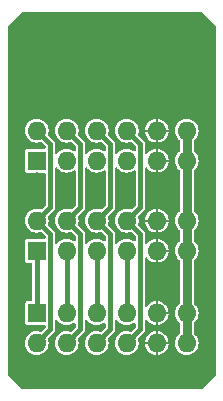
<source format=gtl>
G04 #@! TF.GenerationSoftware,KiCad,Pcbnew,7.0.1*
G04 #@! TF.CreationDate,2023-03-21T03:45:51+09:00*
G04 #@! TF.ProjectId,Pmod_Debug,506d6f64-5f44-4656-9275-672e6b696361,rev?*
G04 #@! TF.SameCoordinates,Original*
G04 #@! TF.FileFunction,Copper,L1,Top*
G04 #@! TF.FilePolarity,Positive*
%FSLAX46Y46*%
G04 Gerber Fmt 4.6, Leading zero omitted, Abs format (unit mm)*
G04 Created by KiCad (PCBNEW 7.0.1) date 2023-03-21 03:45:51*
%MOMM*%
%LPD*%
G01*
G04 APERTURE LIST*
G04 #@! TA.AperFunction,ComponentPad*
%ADD10R,1.600000X1.600000*%
G04 #@! TD*
G04 #@! TA.AperFunction,ComponentPad*
%ADD11O,1.600000X1.600000*%
G04 #@! TD*
G04 #@! TA.AperFunction,ViaPad*
%ADD12C,0.800000*%
G04 #@! TD*
G04 #@! TA.AperFunction,Conductor*
%ADD13C,0.400000*%
G04 #@! TD*
G04 #@! TA.AperFunction,Conductor*
%ADD14C,0.800000*%
G04 #@! TD*
G04 APERTURE END LIST*
D10*
G04 #@! TO.P,J1,1,Pin_1*
G04 #@! TO.N,/PMOD_P1*
X5080000Y-34490000D03*
D11*
G04 #@! TO.P,J1,2,Pin_2*
G04 #@! TO.N,/PMOD_P2*
X7620000Y-34490000D03*
G04 #@! TO.P,J1,3,Pin_3*
G04 #@! TO.N,/PMOD_P3*
X10160000Y-34490000D03*
G04 #@! TO.P,J1,4,Pin_4*
G04 #@! TO.N,/PMOD_P4*
X12700000Y-34490000D03*
G04 #@! TO.P,J1,5,Pin_5*
G04 #@! TO.N,GND*
X15240000Y-34490000D03*
G04 #@! TO.P,J1,6,Pin_6*
G04 #@! TO.N,+3V3*
X17780000Y-34490000D03*
G04 #@! TO.P,J1,7,Pin_7*
G04 #@! TO.N,/PMOD_P7*
X5080000Y-37030000D03*
G04 #@! TO.P,J1,8,Pin_8*
G04 #@! TO.N,/PMOD_P8*
X7620000Y-37030000D03*
G04 #@! TO.P,J1,9,Pin_9*
G04 #@! TO.N,/PMOD_P9*
X10160000Y-37030000D03*
G04 #@! TO.P,J1,10,Pin_10*
G04 #@! TO.N,/PMOD_P10*
X12700000Y-37030000D03*
G04 #@! TO.P,J1,11,Pin_11*
G04 #@! TO.N,GND*
X15240000Y-37030000D03*
G04 #@! TO.P,J1,12,Pin_12*
G04 #@! TO.N,+3V3*
X17780000Y-37030000D03*
G04 #@! TD*
D10*
G04 #@! TO.P,J2,1,Pin_1*
G04 #@! TO.N,/PMOD_P1*
X5080000Y-29210000D03*
D11*
G04 #@! TO.P,J2,2,Pin_2*
G04 #@! TO.N,/PMOD_P2*
X7620000Y-29210000D03*
G04 #@! TO.P,J2,3,Pin_3*
G04 #@! TO.N,/PMOD_P3*
X10160000Y-29210000D03*
G04 #@! TO.P,J2,4,Pin_4*
G04 #@! TO.N,/PMOD_P4*
X12700000Y-29210000D03*
G04 #@! TO.P,J2,5,Pin_5*
G04 #@! TO.N,GND*
X15240000Y-29210000D03*
G04 #@! TO.P,J2,6,Pin_6*
G04 #@! TO.N,+3V3*
X17780000Y-29210000D03*
G04 #@! TO.P,J2,7,Pin_7*
G04 #@! TO.N,/PMOD_P7*
X5080000Y-26670000D03*
G04 #@! TO.P,J2,8,Pin_8*
G04 #@! TO.N,/PMOD_P8*
X7620000Y-26670000D03*
G04 #@! TO.P,J2,9,Pin_9*
G04 #@! TO.N,/PMOD_P9*
X10160000Y-26670000D03*
G04 #@! TO.P,J2,10,Pin_10*
G04 #@! TO.N,/PMOD_P10*
X12700000Y-26670000D03*
G04 #@! TO.P,J2,11,Pin_11*
G04 #@! TO.N,GND*
X15240000Y-26670000D03*
G04 #@! TO.P,J2,12,Pin_12*
G04 #@! TO.N,+3V3*
X17780000Y-26670000D03*
G04 #@! TD*
D10*
G04 #@! TO.P,J3,1,Pin_1*
G04 #@! TO.N,/PMOD_P1*
X5080000Y-21590000D03*
D11*
G04 #@! TO.P,J3,2,Pin_2*
G04 #@! TO.N,/PMOD_P2*
X7620000Y-21590000D03*
G04 #@! TO.P,J3,3,Pin_3*
G04 #@! TO.N,/PMOD_P3*
X10160000Y-21590000D03*
G04 #@! TO.P,J3,4,Pin_4*
G04 #@! TO.N,/PMOD_P4*
X12700000Y-21590000D03*
G04 #@! TO.P,J3,5,Pin_5*
G04 #@! TO.N,GND*
X15240000Y-21590000D03*
G04 #@! TO.P,J3,6,Pin_6*
G04 #@! TO.N,+3V3*
X17780000Y-21590000D03*
G04 #@! TO.P,J3,7,Pin_7*
G04 #@! TO.N,/PMOD_P7*
X5080000Y-19050000D03*
G04 #@! TO.P,J3,8,Pin_8*
G04 #@! TO.N,/PMOD_P8*
X7620000Y-19050000D03*
G04 #@! TO.P,J3,9,Pin_9*
G04 #@! TO.N,/PMOD_P9*
X10160000Y-19050000D03*
G04 #@! TO.P,J3,10,Pin_10*
G04 #@! TO.N,/PMOD_P10*
X12700000Y-19050000D03*
G04 #@! TO.P,J3,11,Pin_11*
G04 #@! TO.N,GND*
X15240000Y-19050000D03*
G04 #@! TO.P,J3,12,Pin_12*
G04 #@! TO.N,+3V3*
X17780000Y-19050000D03*
G04 #@! TD*
D12*
G04 #@! TO.N,GND*
X5100000Y-25000000D03*
X7700000Y-24900000D03*
X10300000Y-24900000D03*
X7700000Y-23400000D03*
X12800000Y-24900000D03*
X12800000Y-23400000D03*
X5100000Y-23000000D03*
X10300000Y-23400000D03*
G04 #@! TD*
D13*
G04 #@! TO.N,/PMOD_P1*
X5080000Y-34490000D02*
X5080000Y-29210000D01*
D14*
G04 #@! TO.N,+3V3*
X17780000Y-37030000D02*
X17780000Y-19050000D01*
D13*
G04 #@! TO.N,/PMOD_P2*
X7620000Y-34490000D02*
X7620000Y-29210000D01*
G04 #@! TO.N,/PMOD_P3*
X10160000Y-34490000D02*
X10160000Y-29210000D01*
G04 #@! TO.N,/PMOD_P4*
X12700000Y-34490000D02*
X12700000Y-29210000D01*
G04 #@! TO.N,/PMOD_P7*
X6230000Y-35880000D02*
X6230000Y-27820000D01*
X6230000Y-25520000D02*
X6230000Y-20200000D01*
X6230000Y-20200000D02*
X5080000Y-19050000D01*
X5080000Y-37030000D02*
X6230000Y-35880000D01*
X5080000Y-26670000D02*
X6230000Y-25520000D01*
X6230000Y-27820000D02*
X5080000Y-26670000D01*
G04 #@! TO.N,/PMOD_P8*
X8770000Y-25520000D02*
X8770000Y-20200000D01*
X8770000Y-20200000D02*
X7620000Y-19050000D01*
X7620000Y-37030000D02*
X8770000Y-35880000D01*
X7620000Y-26670000D02*
X8770000Y-25520000D01*
X8770000Y-27820000D02*
X7620000Y-26670000D01*
X8770000Y-35880000D02*
X8770000Y-27820000D01*
G04 #@! TO.N,/PMOD_P9*
X10160000Y-26670000D02*
X11310000Y-25520000D01*
X11310000Y-25520000D02*
X11310000Y-20200000D01*
X11310000Y-27820000D02*
X10160000Y-26670000D01*
X11310000Y-20200000D02*
X10160000Y-19050000D01*
X10160000Y-37030000D02*
X11310000Y-35880000D01*
X11310000Y-35880000D02*
X11310000Y-27820000D01*
G04 #@! TO.N,/PMOD_P10*
X13850000Y-25520000D02*
X13850000Y-20200000D01*
X12700000Y-37030000D02*
X13850000Y-35880000D01*
X13850000Y-27820000D02*
X12700000Y-26670000D01*
X12700000Y-26670000D02*
X13850000Y-25520000D01*
X13850000Y-35880000D02*
X13850000Y-27820000D01*
X13850000Y-20200000D02*
X12700000Y-19050000D01*
G04 #@! TD*
G04 #@! TA.AperFunction,Conductor*
G04 #@! TO.N,GND*
G36*
X11886028Y-22175270D02*
G01*
X11890788Y-22181070D01*
X11989117Y-22300883D01*
X12104977Y-22395967D01*
X12141463Y-22425911D01*
X12315272Y-22518814D01*
X12409570Y-22547418D01*
X12503868Y-22576024D01*
X12700000Y-22595341D01*
X12896132Y-22576024D01*
X13084727Y-22518814D01*
X13085595Y-22518350D01*
X13258537Y-22425911D01*
X13287695Y-22401982D01*
X13338381Y-22380255D01*
X13392828Y-22389015D01*
X13434141Y-22425545D01*
X13449500Y-22478510D01*
X13449500Y-25313100D01*
X13441964Y-25350986D01*
X13420503Y-25383104D01*
X13109570Y-25694035D01*
X13063622Y-25720064D01*
X13010829Y-25718768D01*
X12896130Y-25683975D01*
X12700000Y-25664658D01*
X12503869Y-25683975D01*
X12315272Y-25741185D01*
X12141463Y-25834088D01*
X11989117Y-25959117D01*
X11864088Y-26111463D01*
X11771185Y-26285272D01*
X11713975Y-26473869D01*
X11694658Y-26670000D01*
X11713975Y-26866130D01*
X11771185Y-27054727D01*
X11864088Y-27228536D01*
X11864090Y-27228538D01*
X11989117Y-27380883D01*
X12104977Y-27475967D01*
X12141463Y-27505911D01*
X12315272Y-27598814D01*
X12332385Y-27604005D01*
X12503868Y-27656024D01*
X12700000Y-27675341D01*
X12896128Y-27656025D01*
X12896130Y-27656024D01*
X12896132Y-27656024D01*
X13010830Y-27621229D01*
X13063620Y-27619934D01*
X13109570Y-27645963D01*
X13420504Y-27956897D01*
X13441964Y-27989015D01*
X13449500Y-28026901D01*
X13449500Y-28321490D01*
X13434141Y-28374455D01*
X13392828Y-28410985D01*
X13338381Y-28419745D01*
X13287695Y-28398018D01*
X13258537Y-28374088D01*
X13084727Y-28281185D01*
X12896130Y-28223975D01*
X12700000Y-28204658D01*
X12503869Y-28223975D01*
X12315272Y-28281185D01*
X12141463Y-28374088D01*
X11989117Y-28499117D01*
X11886028Y-28624730D01*
X11835904Y-28657339D01*
X11776148Y-28655138D01*
X11728559Y-28618930D01*
X11710500Y-28561925D01*
X11710500Y-27756569D01*
X11710500Y-27756567D01*
X11703041Y-27733611D01*
X11699421Y-27718534D01*
X11695646Y-27694696D01*
X11684693Y-27673201D01*
X11678752Y-27658861D01*
X11671296Y-27635911D01*
X11671295Y-27635909D01*
X11657112Y-27616387D01*
X11649001Y-27603151D01*
X11638050Y-27581658D01*
X11615486Y-27559094D01*
X11615485Y-27559093D01*
X11615486Y-27559093D01*
X11135963Y-27079569D01*
X11109934Y-27033620D01*
X11111229Y-26980830D01*
X11146024Y-26866132D01*
X11146024Y-26866130D01*
X11146025Y-26866128D01*
X11165341Y-26670000D01*
X11146025Y-26473870D01*
X11130798Y-26423675D01*
X11111229Y-26359169D01*
X11109934Y-26306377D01*
X11135964Y-26260428D01*
X11626845Y-25769549D01*
X11626849Y-25769542D01*
X11638050Y-25758342D01*
X11649002Y-25736845D01*
X11657111Y-25723611D01*
X11671296Y-25704089D01*
X11678751Y-25681142D01*
X11684695Y-25666795D01*
X11695646Y-25645304D01*
X11699421Y-25621467D01*
X11703041Y-25606385D01*
X11710500Y-25583433D01*
X11710500Y-25456567D01*
X11710500Y-22238075D01*
X11728559Y-22181070D01*
X11776148Y-22144862D01*
X11835904Y-22142661D01*
X11886028Y-22175270D01*
G37*
G04 #@! TD.AperFunction*
G04 #@! TA.AperFunction,Conductor*
G36*
X9346028Y-22175270D02*
G01*
X9350788Y-22181070D01*
X9449117Y-22300883D01*
X9564977Y-22395967D01*
X9601463Y-22425911D01*
X9775272Y-22518814D01*
X9869570Y-22547418D01*
X9963868Y-22576024D01*
X10160000Y-22595341D01*
X10356132Y-22576024D01*
X10544727Y-22518814D01*
X10545595Y-22518350D01*
X10718537Y-22425911D01*
X10747695Y-22401982D01*
X10798381Y-22380255D01*
X10852828Y-22389015D01*
X10894141Y-22425545D01*
X10909500Y-22478510D01*
X10909500Y-25313100D01*
X10901964Y-25350986D01*
X10880503Y-25383104D01*
X10569570Y-25694035D01*
X10523622Y-25720064D01*
X10470829Y-25718768D01*
X10356130Y-25683975D01*
X10160000Y-25664658D01*
X9963869Y-25683975D01*
X9775272Y-25741185D01*
X9601463Y-25834088D01*
X9449117Y-25959117D01*
X9324088Y-26111463D01*
X9231185Y-26285272D01*
X9173975Y-26473869D01*
X9154658Y-26670000D01*
X9173975Y-26866130D01*
X9231185Y-27054727D01*
X9324088Y-27228536D01*
X9324090Y-27228538D01*
X9449117Y-27380883D01*
X9564977Y-27475967D01*
X9601463Y-27505911D01*
X9775272Y-27598814D01*
X9792385Y-27604005D01*
X9963868Y-27656024D01*
X10160000Y-27675341D01*
X10356128Y-27656025D01*
X10356130Y-27656024D01*
X10356132Y-27656024D01*
X10470830Y-27621229D01*
X10523620Y-27619934D01*
X10569570Y-27645963D01*
X10880504Y-27956897D01*
X10901964Y-27989015D01*
X10909500Y-28026901D01*
X10909500Y-28321490D01*
X10894141Y-28374455D01*
X10852828Y-28410985D01*
X10798381Y-28419745D01*
X10747695Y-28398018D01*
X10718537Y-28374088D01*
X10544727Y-28281185D01*
X10356130Y-28223975D01*
X10160000Y-28204658D01*
X9963869Y-28223975D01*
X9775272Y-28281185D01*
X9601463Y-28374088D01*
X9449117Y-28499117D01*
X9346028Y-28624730D01*
X9295904Y-28657339D01*
X9236148Y-28655138D01*
X9188559Y-28618930D01*
X9170500Y-28561925D01*
X9170500Y-27756569D01*
X9170500Y-27756567D01*
X9163041Y-27733611D01*
X9159421Y-27718534D01*
X9155646Y-27694696D01*
X9144693Y-27673201D01*
X9138752Y-27658861D01*
X9131296Y-27635911D01*
X9131295Y-27635909D01*
X9117112Y-27616387D01*
X9109001Y-27603151D01*
X9098050Y-27581658D01*
X9075486Y-27559094D01*
X9075485Y-27559093D01*
X9075486Y-27559093D01*
X8595963Y-27079569D01*
X8569934Y-27033620D01*
X8571229Y-26980830D01*
X8606024Y-26866132D01*
X8606024Y-26866130D01*
X8606025Y-26866128D01*
X8625341Y-26670000D01*
X8606025Y-26473870D01*
X8590798Y-26423675D01*
X8571229Y-26359169D01*
X8569934Y-26306377D01*
X8595964Y-26260428D01*
X9086845Y-25769549D01*
X9086849Y-25769542D01*
X9098050Y-25758342D01*
X9109002Y-25736845D01*
X9117111Y-25723611D01*
X9131296Y-25704089D01*
X9138751Y-25681142D01*
X9144695Y-25666795D01*
X9155646Y-25645304D01*
X9159421Y-25621467D01*
X9163041Y-25606385D01*
X9170500Y-25583433D01*
X9170500Y-25456567D01*
X9170500Y-22238075D01*
X9188559Y-22181070D01*
X9236148Y-22144862D01*
X9295904Y-22142661D01*
X9346028Y-22175270D01*
G37*
G04 #@! TD.AperFunction*
G04 #@! TA.AperFunction,Conductor*
G36*
X6806028Y-22175270D02*
G01*
X6810788Y-22181070D01*
X6909117Y-22300883D01*
X7024977Y-22395967D01*
X7061463Y-22425911D01*
X7235272Y-22518814D01*
X7329570Y-22547418D01*
X7423868Y-22576024D01*
X7620000Y-22595341D01*
X7816132Y-22576024D01*
X8004727Y-22518814D01*
X8005595Y-22518350D01*
X8178537Y-22425911D01*
X8207695Y-22401982D01*
X8258381Y-22380255D01*
X8312828Y-22389015D01*
X8354141Y-22425545D01*
X8369500Y-22478510D01*
X8369500Y-25313100D01*
X8361964Y-25350986D01*
X8340503Y-25383104D01*
X8029570Y-25694035D01*
X7983622Y-25720064D01*
X7930829Y-25718768D01*
X7816130Y-25683975D01*
X7620000Y-25664658D01*
X7423869Y-25683975D01*
X7235272Y-25741185D01*
X7061463Y-25834088D01*
X6909117Y-25959117D01*
X6784088Y-26111463D01*
X6691185Y-26285272D01*
X6633975Y-26473869D01*
X6614658Y-26670000D01*
X6633975Y-26866130D01*
X6691185Y-27054727D01*
X6784088Y-27228536D01*
X6784090Y-27228538D01*
X6909117Y-27380883D01*
X7024977Y-27475967D01*
X7061463Y-27505911D01*
X7235272Y-27598814D01*
X7252385Y-27604005D01*
X7423868Y-27656024D01*
X7620000Y-27675341D01*
X7816128Y-27656025D01*
X7816130Y-27656024D01*
X7816132Y-27656024D01*
X7930830Y-27621229D01*
X7983620Y-27619934D01*
X8029570Y-27645963D01*
X8340504Y-27956897D01*
X8361964Y-27989015D01*
X8369500Y-28026901D01*
X8369500Y-28321490D01*
X8354141Y-28374455D01*
X8312828Y-28410985D01*
X8258381Y-28419745D01*
X8207695Y-28398018D01*
X8178537Y-28374088D01*
X8004727Y-28281185D01*
X7816130Y-28223975D01*
X7620000Y-28204658D01*
X7423869Y-28223975D01*
X7235272Y-28281185D01*
X7061463Y-28374088D01*
X6909117Y-28499117D01*
X6806028Y-28624730D01*
X6755904Y-28657339D01*
X6696148Y-28655138D01*
X6648559Y-28618930D01*
X6630500Y-28561925D01*
X6630500Y-27756569D01*
X6630500Y-27756567D01*
X6623041Y-27733611D01*
X6619421Y-27718534D01*
X6615646Y-27694696D01*
X6604693Y-27673201D01*
X6598752Y-27658861D01*
X6591296Y-27635911D01*
X6591295Y-27635909D01*
X6577112Y-27616387D01*
X6569001Y-27603151D01*
X6558050Y-27581658D01*
X6535486Y-27559094D01*
X6535485Y-27559093D01*
X6535486Y-27559093D01*
X6055963Y-27079569D01*
X6029934Y-27033620D01*
X6031229Y-26980830D01*
X6066024Y-26866132D01*
X6066024Y-26866130D01*
X6066025Y-26866128D01*
X6085341Y-26670000D01*
X6066025Y-26473870D01*
X6050798Y-26423675D01*
X6031229Y-26359169D01*
X6029934Y-26306377D01*
X6055964Y-26260428D01*
X6546845Y-25769549D01*
X6546849Y-25769542D01*
X6558050Y-25758342D01*
X6569002Y-25736845D01*
X6577111Y-25723611D01*
X6591296Y-25704089D01*
X6598751Y-25681142D01*
X6604695Y-25666795D01*
X6615646Y-25645304D01*
X6619421Y-25621467D01*
X6623041Y-25606385D01*
X6630500Y-25583433D01*
X6630500Y-25456567D01*
X6630500Y-22238075D01*
X6648559Y-22181070D01*
X6696148Y-22144862D01*
X6755904Y-22142661D01*
X6806028Y-22175270D01*
G37*
G04 #@! TD.AperFunction*
G04 #@! TA.AperFunction,Conductor*
G36*
X19015605Y-8973036D02*
G01*
X19047723Y-8994496D01*
X20215504Y-10162277D01*
X20236964Y-10194395D01*
X20244500Y-10232281D01*
X20244500Y-39657719D01*
X20236964Y-39695605D01*
X20215504Y-39727723D01*
X19047722Y-40895504D01*
X19015604Y-40916964D01*
X18977718Y-40924500D01*
X3882281Y-40924500D01*
X3844395Y-40916964D01*
X3812277Y-40895504D01*
X2644496Y-39727722D01*
X2623036Y-39695604D01*
X2615500Y-39657718D01*
X2615500Y-37029999D01*
X4074658Y-37029999D01*
X4093975Y-37226130D01*
X4151185Y-37414727D01*
X4244088Y-37588536D01*
X4244090Y-37588538D01*
X4369117Y-37740883D01*
X4498298Y-37846900D01*
X4521463Y-37865911D01*
X4695272Y-37958814D01*
X4789570Y-37987419D01*
X4883868Y-38016024D01*
X5080000Y-38035341D01*
X5276132Y-38016024D01*
X5464727Y-37958814D01*
X5638538Y-37865910D01*
X5790883Y-37740883D01*
X5915910Y-37588538D01*
X6008814Y-37414727D01*
X6066024Y-37226132D01*
X6085341Y-37030000D01*
X6066034Y-36833965D01*
X6066025Y-36833870D01*
X6050798Y-36783675D01*
X6031229Y-36719169D01*
X6029934Y-36666377D01*
X6055964Y-36620428D01*
X6546845Y-36129549D01*
X6546849Y-36129542D01*
X6558050Y-36118342D01*
X6569002Y-36096845D01*
X6577111Y-36083611D01*
X6591296Y-36064089D01*
X6598751Y-36041142D01*
X6604695Y-36026795D01*
X6615646Y-36005304D01*
X6619421Y-35981467D01*
X6623041Y-35966385D01*
X6630500Y-35943433D01*
X6630500Y-35816567D01*
X6630500Y-35138075D01*
X6648559Y-35081070D01*
X6696148Y-35044862D01*
X6755904Y-35042661D01*
X6806028Y-35075270D01*
X6810788Y-35081070D01*
X6909117Y-35200883D01*
X7024977Y-35295967D01*
X7061463Y-35325911D01*
X7235272Y-35418814D01*
X7329570Y-35447419D01*
X7423868Y-35476024D01*
X7620000Y-35495341D01*
X7816132Y-35476024D01*
X8004727Y-35418814D01*
X8005595Y-35418350D01*
X8178537Y-35325911D01*
X8207695Y-35301982D01*
X8258381Y-35280255D01*
X8312828Y-35289015D01*
X8354141Y-35325545D01*
X8369500Y-35378510D01*
X8369500Y-35673100D01*
X8361964Y-35710986D01*
X8340503Y-35743104D01*
X8029570Y-36054035D01*
X7983622Y-36080064D01*
X7930829Y-36078768D01*
X7816130Y-36043975D01*
X7620000Y-36024658D01*
X7423869Y-36043975D01*
X7235272Y-36101185D01*
X7061463Y-36194088D01*
X6909117Y-36319117D01*
X6784088Y-36471463D01*
X6691185Y-36645272D01*
X6633975Y-36833869D01*
X6614658Y-37029999D01*
X6633975Y-37226130D01*
X6691185Y-37414727D01*
X6784088Y-37588536D01*
X6784090Y-37588538D01*
X6909117Y-37740883D01*
X7038298Y-37846900D01*
X7061463Y-37865911D01*
X7235272Y-37958814D01*
X7329570Y-37987419D01*
X7423868Y-38016024D01*
X7620000Y-38035341D01*
X7816132Y-38016024D01*
X8004727Y-37958814D01*
X8178538Y-37865910D01*
X8330883Y-37740883D01*
X8455910Y-37588538D01*
X8548814Y-37414727D01*
X8606024Y-37226132D01*
X8625341Y-37030000D01*
X8606034Y-36833965D01*
X8606025Y-36833870D01*
X8590798Y-36783675D01*
X8571229Y-36719169D01*
X8569934Y-36666377D01*
X8595964Y-36620428D01*
X9086845Y-36129549D01*
X9086849Y-36129542D01*
X9098050Y-36118342D01*
X9109002Y-36096845D01*
X9117111Y-36083611D01*
X9131296Y-36064089D01*
X9138751Y-36041142D01*
X9144695Y-36026795D01*
X9155646Y-36005304D01*
X9159421Y-35981467D01*
X9163041Y-35966385D01*
X9170500Y-35943433D01*
X9170500Y-35816567D01*
X9170500Y-35138075D01*
X9188559Y-35081070D01*
X9236148Y-35044862D01*
X9295904Y-35042661D01*
X9346028Y-35075270D01*
X9350788Y-35081070D01*
X9449117Y-35200883D01*
X9564977Y-35295967D01*
X9601463Y-35325911D01*
X9775272Y-35418814D01*
X9869570Y-35447419D01*
X9963868Y-35476024D01*
X10160000Y-35495341D01*
X10356132Y-35476024D01*
X10544727Y-35418814D01*
X10545595Y-35418350D01*
X10718537Y-35325911D01*
X10747695Y-35301982D01*
X10798381Y-35280255D01*
X10852828Y-35289015D01*
X10894141Y-35325545D01*
X10909500Y-35378510D01*
X10909500Y-35673100D01*
X10901964Y-35710986D01*
X10880503Y-35743104D01*
X10569570Y-36054035D01*
X10523622Y-36080064D01*
X10470829Y-36078768D01*
X10356130Y-36043975D01*
X10160000Y-36024658D01*
X9963869Y-36043975D01*
X9775272Y-36101185D01*
X9601463Y-36194088D01*
X9449117Y-36319117D01*
X9324088Y-36471463D01*
X9231185Y-36645272D01*
X9173975Y-36833869D01*
X9154658Y-37029999D01*
X9173975Y-37226130D01*
X9231185Y-37414727D01*
X9324088Y-37588536D01*
X9324090Y-37588538D01*
X9449117Y-37740883D01*
X9578298Y-37846900D01*
X9601463Y-37865911D01*
X9775272Y-37958814D01*
X9869570Y-37987419D01*
X9963868Y-38016024D01*
X10160000Y-38035341D01*
X10356132Y-38016024D01*
X10544727Y-37958814D01*
X10718538Y-37865910D01*
X10870883Y-37740883D01*
X10995910Y-37588538D01*
X11088814Y-37414727D01*
X11146024Y-37226132D01*
X11165341Y-37030000D01*
X11146034Y-36833965D01*
X11146025Y-36833870D01*
X11130798Y-36783675D01*
X11111229Y-36719169D01*
X11109934Y-36666377D01*
X11135964Y-36620428D01*
X11626845Y-36129549D01*
X11626849Y-36129542D01*
X11638050Y-36118342D01*
X11649002Y-36096845D01*
X11657111Y-36083611D01*
X11671296Y-36064089D01*
X11678751Y-36041142D01*
X11684695Y-36026795D01*
X11695646Y-36005304D01*
X11699421Y-35981467D01*
X11703041Y-35966385D01*
X11710500Y-35943433D01*
X11710500Y-35816567D01*
X11710500Y-35138075D01*
X11728559Y-35081070D01*
X11776148Y-35044862D01*
X11835904Y-35042661D01*
X11886028Y-35075270D01*
X11890788Y-35081070D01*
X11989117Y-35200883D01*
X12104977Y-35295967D01*
X12141463Y-35325911D01*
X12315272Y-35418814D01*
X12409570Y-35447419D01*
X12503868Y-35476024D01*
X12700000Y-35495341D01*
X12896132Y-35476024D01*
X13084727Y-35418814D01*
X13085595Y-35418350D01*
X13258537Y-35325911D01*
X13287695Y-35301982D01*
X13338381Y-35280255D01*
X13392828Y-35289015D01*
X13434141Y-35325545D01*
X13449500Y-35378510D01*
X13449500Y-35673100D01*
X13441964Y-35710986D01*
X13420503Y-35743104D01*
X13109570Y-36054035D01*
X13063622Y-36080064D01*
X13010829Y-36078768D01*
X12896130Y-36043975D01*
X12700000Y-36024658D01*
X12503869Y-36043975D01*
X12315272Y-36101185D01*
X12141463Y-36194088D01*
X11989117Y-36319117D01*
X11864088Y-36471463D01*
X11771185Y-36645272D01*
X11713975Y-36833869D01*
X11694658Y-37029999D01*
X11713975Y-37226130D01*
X11771185Y-37414727D01*
X11864088Y-37588536D01*
X11864090Y-37588538D01*
X11989117Y-37740883D01*
X12118298Y-37846900D01*
X12141463Y-37865911D01*
X12315272Y-37958814D01*
X12409570Y-37987419D01*
X12503868Y-38016024D01*
X12700000Y-38035341D01*
X12896132Y-38016024D01*
X13084727Y-37958814D01*
X13258538Y-37865910D01*
X13410883Y-37740883D01*
X13535910Y-37588538D01*
X13628814Y-37414727D01*
X13686024Y-37226132D01*
X13695492Y-37130000D01*
X14245010Y-37130000D01*
X14254469Y-37226034D01*
X14311649Y-37414536D01*
X14404504Y-37588254D01*
X14529472Y-37740527D01*
X14681745Y-37865495D01*
X14855463Y-37958350D01*
X15043965Y-38015530D01*
X15140000Y-38024990D01*
X15340000Y-38024990D01*
X15436034Y-38015530D01*
X15624536Y-37958350D01*
X15798254Y-37865495D01*
X15950527Y-37740527D01*
X16075495Y-37588254D01*
X16168350Y-37414536D01*
X16225530Y-37226034D01*
X16234990Y-37130000D01*
X15340001Y-37130000D01*
X15340000Y-37130001D01*
X15340000Y-38024990D01*
X15140000Y-38024990D01*
X15140000Y-37130001D01*
X15139999Y-37130000D01*
X14245010Y-37130000D01*
X13695492Y-37130000D01*
X13705341Y-37030000D01*
X16774658Y-37030000D01*
X16793975Y-37226130D01*
X16851185Y-37414727D01*
X16944088Y-37588536D01*
X16944090Y-37588538D01*
X17069117Y-37740883D01*
X17198298Y-37846900D01*
X17221463Y-37865911D01*
X17395272Y-37958814D01*
X17489570Y-37987419D01*
X17583868Y-38016024D01*
X17780000Y-38035341D01*
X17976132Y-38016024D01*
X18164727Y-37958814D01*
X18338538Y-37865910D01*
X18490883Y-37740883D01*
X18615910Y-37588538D01*
X18708814Y-37414727D01*
X18766024Y-37226132D01*
X18785341Y-37030000D01*
X18766024Y-36833868D01*
X18708814Y-36645273D01*
X18708814Y-36645272D01*
X18615911Y-36471463D01*
X18596900Y-36448298D01*
X18490883Y-36319117D01*
X18416693Y-36258231D01*
X18390005Y-36224033D01*
X18380500Y-36181705D01*
X18380500Y-35338295D01*
X18390005Y-35295967D01*
X18416693Y-35261768D01*
X18490883Y-35200883D01*
X18615910Y-35048538D01*
X18708814Y-34874727D01*
X18766024Y-34686132D01*
X18785341Y-34490000D01*
X18766024Y-34293868D01*
X18708814Y-34105273D01*
X18708814Y-34105272D01*
X18615911Y-33931463D01*
X18589857Y-33899717D01*
X18490883Y-33779117D01*
X18416693Y-33718231D01*
X18390005Y-33684033D01*
X18380500Y-33641705D01*
X18380500Y-30058295D01*
X18390005Y-30015967D01*
X18416693Y-29981768D01*
X18490883Y-29920883D01*
X18615910Y-29768538D01*
X18708814Y-29594727D01*
X18766024Y-29406132D01*
X18785341Y-29210000D01*
X18766024Y-29013868D01*
X18708814Y-28825273D01*
X18708814Y-28825272D01*
X18615911Y-28651463D01*
X18589857Y-28619717D01*
X18490883Y-28499117D01*
X18416693Y-28438231D01*
X18390005Y-28404033D01*
X18380500Y-28361705D01*
X18380500Y-27518295D01*
X18390005Y-27475967D01*
X18416693Y-27441768D01*
X18490883Y-27380883D01*
X18615910Y-27228538D01*
X18708814Y-27054727D01*
X18766024Y-26866132D01*
X18785341Y-26670000D01*
X18766024Y-26473868D01*
X18708814Y-26285273D01*
X18708814Y-26285272D01*
X18615911Y-26111463D01*
X18596900Y-26088298D01*
X18490883Y-25959117D01*
X18416693Y-25898231D01*
X18390005Y-25864033D01*
X18380500Y-25821705D01*
X18380500Y-22438295D01*
X18390005Y-22395967D01*
X18416693Y-22361768D01*
X18490883Y-22300883D01*
X18615910Y-22148538D01*
X18708814Y-21974727D01*
X18766024Y-21786132D01*
X18785341Y-21590000D01*
X18766024Y-21393868D01*
X18708814Y-21205273D01*
X18708814Y-21205272D01*
X18615911Y-21031463D01*
X18589857Y-20999717D01*
X18490883Y-20879117D01*
X18416693Y-20818231D01*
X18390005Y-20784033D01*
X18380500Y-20741705D01*
X18380500Y-19898295D01*
X18390005Y-19855967D01*
X18416693Y-19821768D01*
X18490883Y-19760883D01*
X18615910Y-19608538D01*
X18708814Y-19434727D01*
X18766024Y-19246132D01*
X18785341Y-19050000D01*
X18766024Y-18853868D01*
X18708814Y-18665273D01*
X18708814Y-18665272D01*
X18615911Y-18491463D01*
X18596900Y-18468298D01*
X18490883Y-18339117D01*
X18384864Y-18252109D01*
X18338536Y-18214088D01*
X18164727Y-18121185D01*
X17976130Y-18063975D01*
X17780000Y-18044658D01*
X17583869Y-18063975D01*
X17395272Y-18121185D01*
X17221463Y-18214088D01*
X17069117Y-18339117D01*
X16944088Y-18491463D01*
X16851185Y-18665272D01*
X16793975Y-18853869D01*
X16774658Y-19050000D01*
X16793975Y-19246130D01*
X16851185Y-19434727D01*
X16944088Y-19608536D01*
X16944090Y-19608538D01*
X17069117Y-19760883D01*
X17143306Y-19821768D01*
X17169995Y-19855967D01*
X17179500Y-19898295D01*
X17179500Y-20741705D01*
X17169995Y-20784033D01*
X17143306Y-20818231D01*
X17069116Y-20879117D01*
X17069117Y-20879117D01*
X16944088Y-21031463D01*
X16851185Y-21205272D01*
X16793975Y-21393869D01*
X16774658Y-21590000D01*
X16793975Y-21786130D01*
X16851185Y-21974727D01*
X16944088Y-22148536D01*
X16970788Y-22181070D01*
X17069117Y-22300883D01*
X17143306Y-22361768D01*
X17169995Y-22395967D01*
X17179500Y-22438295D01*
X17179500Y-25821705D01*
X17169995Y-25864033D01*
X17143306Y-25898231D01*
X17069116Y-25959117D01*
X17069117Y-25959117D01*
X16944088Y-26111463D01*
X16851185Y-26285272D01*
X16793975Y-26473869D01*
X16774658Y-26670000D01*
X16793975Y-26866130D01*
X16851185Y-27054727D01*
X16944088Y-27228536D01*
X16944090Y-27228538D01*
X17069117Y-27380883D01*
X17143306Y-27441768D01*
X17169995Y-27475967D01*
X17179500Y-27518295D01*
X17179500Y-28361705D01*
X17169995Y-28404033D01*
X17143306Y-28438231D01*
X17069117Y-28499116D01*
X17069117Y-28499117D01*
X16944088Y-28651463D01*
X16851185Y-28825272D01*
X16793975Y-29013869D01*
X16774658Y-29209999D01*
X16793975Y-29406130D01*
X16851185Y-29594727D01*
X16944088Y-29768536D01*
X16970788Y-29801070D01*
X17069117Y-29920883D01*
X17143306Y-29981768D01*
X17169995Y-30015967D01*
X17179500Y-30058295D01*
X17179500Y-33641705D01*
X17169995Y-33684033D01*
X17143306Y-33718231D01*
X17069117Y-33779116D01*
X17069117Y-33779117D01*
X16944088Y-33931463D01*
X16851185Y-34105272D01*
X16793975Y-34293869D01*
X16774658Y-34489999D01*
X16793975Y-34686130D01*
X16851185Y-34874727D01*
X16944088Y-35048536D01*
X16970788Y-35081070D01*
X17069117Y-35200883D01*
X17143306Y-35261768D01*
X17169995Y-35295967D01*
X17179500Y-35338295D01*
X17179500Y-36181705D01*
X17169995Y-36224033D01*
X17143306Y-36258231D01*
X17069117Y-36319116D01*
X17069117Y-36319117D01*
X16944088Y-36471463D01*
X16851185Y-36645272D01*
X16793975Y-36833869D01*
X16774658Y-37030000D01*
X13705341Y-37030000D01*
X13695492Y-36930000D01*
X14245009Y-36930000D01*
X15139999Y-36930000D01*
X15140000Y-36929999D01*
X15140000Y-36035009D01*
X15339999Y-36035009D01*
X15340000Y-36035010D01*
X15340000Y-36929999D01*
X15340001Y-36930000D01*
X16234990Y-36930000D01*
X16225530Y-36833965D01*
X16168350Y-36645463D01*
X16075495Y-36471745D01*
X15950527Y-36319472D01*
X15798254Y-36194504D01*
X15624536Y-36101649D01*
X15436034Y-36044469D01*
X15339999Y-36035009D01*
X15140000Y-36035009D01*
X15043965Y-36044469D01*
X14855463Y-36101649D01*
X14681745Y-36194504D01*
X14529472Y-36319472D01*
X14404504Y-36471745D01*
X14311649Y-36645463D01*
X14254469Y-36833965D01*
X14245009Y-36930000D01*
X13695492Y-36930000D01*
X13686034Y-36833965D01*
X13686025Y-36833870D01*
X13670798Y-36783675D01*
X13651229Y-36719169D01*
X13649934Y-36666377D01*
X13675964Y-36620428D01*
X14166845Y-36129549D01*
X14166849Y-36129542D01*
X14178050Y-36118342D01*
X14189002Y-36096845D01*
X14197111Y-36083611D01*
X14211296Y-36064089D01*
X14218751Y-36041142D01*
X14224695Y-36026795D01*
X14235646Y-36005304D01*
X14239421Y-35981467D01*
X14243041Y-35966385D01*
X14250500Y-35943433D01*
X14250500Y-35816567D01*
X14250500Y-35137288D01*
X14268559Y-35080283D01*
X14316147Y-35044075D01*
X14375904Y-35041874D01*
X14426027Y-35074482D01*
X14529469Y-35200524D01*
X14681745Y-35325495D01*
X14855463Y-35418350D01*
X15043965Y-35475530D01*
X15140000Y-35484990D01*
X15340000Y-35484990D01*
X15436034Y-35475530D01*
X15624536Y-35418350D01*
X15798254Y-35325495D01*
X15950527Y-35200527D01*
X16075495Y-35048254D01*
X16168350Y-34874536D01*
X16225530Y-34686034D01*
X16234990Y-34590000D01*
X15340001Y-34590000D01*
X15340000Y-34590001D01*
X15340000Y-35484990D01*
X15140000Y-35484990D01*
X15140000Y-33495009D01*
X15339999Y-33495009D01*
X15340000Y-33495010D01*
X15340000Y-34389999D01*
X15340001Y-34390000D01*
X16234990Y-34390000D01*
X16225530Y-34293965D01*
X16168350Y-34105463D01*
X16075495Y-33931745D01*
X15950527Y-33779472D01*
X15798254Y-33654504D01*
X15624536Y-33561649D01*
X15436034Y-33504469D01*
X15339999Y-33495009D01*
X15140000Y-33495009D01*
X15043965Y-33504469D01*
X14855463Y-33561649D01*
X14681745Y-33654504D01*
X14529469Y-33779475D01*
X14426027Y-33905518D01*
X14375904Y-33938126D01*
X14316147Y-33935925D01*
X14268559Y-33899717D01*
X14250500Y-33842712D01*
X14250500Y-29857288D01*
X14268559Y-29800283D01*
X14316147Y-29764075D01*
X14375904Y-29761874D01*
X14426027Y-29794482D01*
X14529469Y-29920524D01*
X14681745Y-30045495D01*
X14855463Y-30138350D01*
X15043965Y-30195530D01*
X15140000Y-30204990D01*
X15340000Y-30204990D01*
X15436034Y-30195530D01*
X15624536Y-30138350D01*
X15798254Y-30045495D01*
X15950527Y-29920527D01*
X16075495Y-29768254D01*
X16168350Y-29594536D01*
X16225530Y-29406034D01*
X16234990Y-29310000D01*
X15340001Y-29310000D01*
X15340000Y-29310001D01*
X15340000Y-30204990D01*
X15140000Y-30204990D01*
X15140000Y-28215009D01*
X15339999Y-28215009D01*
X15340000Y-28215010D01*
X15340000Y-29109999D01*
X15340001Y-29110000D01*
X16234990Y-29110000D01*
X16225530Y-29013965D01*
X16168350Y-28825463D01*
X16075495Y-28651745D01*
X15950527Y-28499472D01*
X15798254Y-28374504D01*
X15624536Y-28281649D01*
X15436034Y-28224469D01*
X15339999Y-28215009D01*
X15140000Y-28215009D01*
X15043965Y-28224469D01*
X14855463Y-28281649D01*
X14681745Y-28374504D01*
X14529469Y-28499475D01*
X14426027Y-28625518D01*
X14375904Y-28658126D01*
X14316147Y-28655925D01*
X14268559Y-28619717D01*
X14250500Y-28562712D01*
X14250500Y-27756569D01*
X14250500Y-27756567D01*
X14243041Y-27733611D01*
X14239421Y-27718534D01*
X14235646Y-27694696D01*
X14224693Y-27673201D01*
X14218752Y-27658861D01*
X14211296Y-27635911D01*
X14211295Y-27635909D01*
X14197112Y-27616387D01*
X14189001Y-27603151D01*
X14178050Y-27581658D01*
X14155486Y-27559094D01*
X14155485Y-27559093D01*
X14155486Y-27559093D01*
X13675963Y-27079569D01*
X13649934Y-27033620D01*
X13651229Y-26980830D01*
X13686024Y-26866132D01*
X13686024Y-26866130D01*
X13686025Y-26866128D01*
X13695492Y-26770000D01*
X14245010Y-26770000D01*
X14254469Y-26866034D01*
X14311649Y-27054536D01*
X14404504Y-27228254D01*
X14529472Y-27380527D01*
X14681745Y-27505495D01*
X14855463Y-27598350D01*
X15043965Y-27655530D01*
X15140000Y-27664990D01*
X15340000Y-27664990D01*
X15436034Y-27655530D01*
X15624536Y-27598350D01*
X15798254Y-27505495D01*
X15950527Y-27380527D01*
X16075495Y-27228254D01*
X16168350Y-27054536D01*
X16225530Y-26866034D01*
X16234990Y-26770000D01*
X15340001Y-26770000D01*
X15340000Y-26770001D01*
X15340000Y-27664990D01*
X15140000Y-27664990D01*
X15140000Y-26770001D01*
X15139999Y-26770000D01*
X14245010Y-26770000D01*
X13695492Y-26770000D01*
X13705341Y-26670000D01*
X13695492Y-26570000D01*
X14245009Y-26570000D01*
X15139999Y-26570000D01*
X15140000Y-26569999D01*
X15140000Y-25675009D01*
X15339999Y-25675009D01*
X15340000Y-25675010D01*
X15340000Y-26569999D01*
X15340001Y-26570000D01*
X16234990Y-26570000D01*
X16225530Y-26473965D01*
X16168350Y-26285463D01*
X16075495Y-26111745D01*
X15950527Y-25959472D01*
X15798254Y-25834504D01*
X15624536Y-25741649D01*
X15436034Y-25684469D01*
X15339999Y-25675009D01*
X15140000Y-25675009D01*
X15043965Y-25684469D01*
X14855463Y-25741649D01*
X14681745Y-25834504D01*
X14529472Y-25959472D01*
X14404504Y-26111745D01*
X14311649Y-26285463D01*
X14254469Y-26473965D01*
X14245009Y-26570000D01*
X13695492Y-26570000D01*
X13686025Y-26473870D01*
X13670798Y-26423675D01*
X13651229Y-26359169D01*
X13649934Y-26306377D01*
X13675964Y-26260428D01*
X14166845Y-25769549D01*
X14166849Y-25769542D01*
X14178050Y-25758342D01*
X14189002Y-25736845D01*
X14197111Y-25723611D01*
X14211296Y-25704089D01*
X14218751Y-25681142D01*
X14224695Y-25666795D01*
X14235646Y-25645304D01*
X14239421Y-25621467D01*
X14243041Y-25606385D01*
X14250500Y-25583433D01*
X14250500Y-25456567D01*
X14250500Y-22237288D01*
X14268559Y-22180283D01*
X14316147Y-22144075D01*
X14375904Y-22141874D01*
X14426027Y-22174482D01*
X14529469Y-22300524D01*
X14681745Y-22425495D01*
X14855463Y-22518350D01*
X15043965Y-22575530D01*
X15140000Y-22584990D01*
X15340000Y-22584990D01*
X15436034Y-22575530D01*
X15624536Y-22518350D01*
X15798254Y-22425495D01*
X15950527Y-22300527D01*
X16075495Y-22148254D01*
X16168350Y-21974536D01*
X16225530Y-21786034D01*
X16234990Y-21690000D01*
X15340001Y-21690000D01*
X15340000Y-21690001D01*
X15340000Y-22584990D01*
X15140000Y-22584990D01*
X15140000Y-20595009D01*
X15339999Y-20595009D01*
X15340000Y-20595010D01*
X15340000Y-21489999D01*
X15340001Y-21490000D01*
X16234990Y-21490000D01*
X16225530Y-21393965D01*
X16168350Y-21205463D01*
X16075495Y-21031745D01*
X15950527Y-20879472D01*
X15798254Y-20754504D01*
X15624536Y-20661649D01*
X15436034Y-20604469D01*
X15339999Y-20595009D01*
X15140000Y-20595009D01*
X15043965Y-20604469D01*
X14855463Y-20661649D01*
X14681745Y-20754504D01*
X14529469Y-20879475D01*
X14426027Y-21005518D01*
X14375904Y-21038126D01*
X14316147Y-21035925D01*
X14268559Y-20999717D01*
X14250500Y-20942712D01*
X14250500Y-20136569D01*
X14250500Y-20136567D01*
X14243041Y-20113611D01*
X14239421Y-20098534D01*
X14235646Y-20074696D01*
X14224693Y-20053201D01*
X14218752Y-20038861D01*
X14211296Y-20015911D01*
X14211295Y-20015909D01*
X14197112Y-19996387D01*
X14189001Y-19983151D01*
X14178050Y-19961658D01*
X14155486Y-19939094D01*
X14155485Y-19939093D01*
X14155486Y-19939093D01*
X13675963Y-19459569D01*
X13649934Y-19413620D01*
X13651229Y-19360830D01*
X13686024Y-19246132D01*
X13686024Y-19246130D01*
X13686025Y-19246128D01*
X13695492Y-19150000D01*
X14245010Y-19150000D01*
X14254469Y-19246034D01*
X14311649Y-19434536D01*
X14404504Y-19608254D01*
X14529472Y-19760527D01*
X14681745Y-19885495D01*
X14855463Y-19978350D01*
X15043965Y-20035530D01*
X15140000Y-20044990D01*
X15340000Y-20044990D01*
X15436034Y-20035530D01*
X15624536Y-19978350D01*
X15798254Y-19885495D01*
X15950527Y-19760527D01*
X16075495Y-19608254D01*
X16168350Y-19434536D01*
X16225530Y-19246034D01*
X16234990Y-19150000D01*
X15340001Y-19150000D01*
X15340000Y-19150001D01*
X15340000Y-20044990D01*
X15140000Y-20044990D01*
X15140000Y-19150001D01*
X15139999Y-19150000D01*
X14245010Y-19150000D01*
X13695492Y-19150000D01*
X13705341Y-19050000D01*
X13695492Y-18950000D01*
X14245009Y-18950000D01*
X15139999Y-18950000D01*
X15140000Y-18949999D01*
X15140000Y-18055009D01*
X15339999Y-18055009D01*
X15340000Y-18055010D01*
X15340000Y-18949999D01*
X15340001Y-18950000D01*
X16234990Y-18950000D01*
X16225530Y-18853965D01*
X16168350Y-18665463D01*
X16075495Y-18491745D01*
X15950527Y-18339472D01*
X15798254Y-18214504D01*
X15624536Y-18121649D01*
X15436034Y-18064469D01*
X15339999Y-18055009D01*
X15140000Y-18055009D01*
X15043965Y-18064469D01*
X14855463Y-18121649D01*
X14681745Y-18214504D01*
X14529472Y-18339472D01*
X14404504Y-18491745D01*
X14311649Y-18665463D01*
X14254469Y-18853965D01*
X14245009Y-18950000D01*
X13695492Y-18950000D01*
X13695492Y-18949999D01*
X13686024Y-18853868D01*
X13628814Y-18665273D01*
X13628814Y-18665272D01*
X13535911Y-18491463D01*
X13516900Y-18468298D01*
X13410883Y-18339117D01*
X13304864Y-18252109D01*
X13258536Y-18214088D01*
X13084727Y-18121185D01*
X12896130Y-18063975D01*
X12700000Y-18044658D01*
X12503869Y-18063975D01*
X12315272Y-18121185D01*
X12141463Y-18214088D01*
X11989117Y-18339117D01*
X11864088Y-18491463D01*
X11771185Y-18665272D01*
X11713975Y-18853869D01*
X11694658Y-19049999D01*
X11713975Y-19246130D01*
X11771185Y-19434727D01*
X11864088Y-19608536D01*
X11864090Y-19608538D01*
X11989117Y-19760883D01*
X12104977Y-19855967D01*
X12141463Y-19885911D01*
X12315272Y-19978814D01*
X12332385Y-19984005D01*
X12503868Y-20036024D01*
X12700000Y-20055341D01*
X12896128Y-20036025D01*
X12896130Y-20036024D01*
X12896132Y-20036024D01*
X13010830Y-20001229D01*
X13063620Y-19999934D01*
X13109570Y-20025963D01*
X13420504Y-20336897D01*
X13441964Y-20369015D01*
X13449500Y-20406901D01*
X13449500Y-20701490D01*
X13434141Y-20754455D01*
X13392828Y-20790985D01*
X13338381Y-20799745D01*
X13287695Y-20778018D01*
X13258537Y-20754088D01*
X13084727Y-20661185D01*
X12896130Y-20603975D01*
X12700000Y-20584658D01*
X12503869Y-20603975D01*
X12315272Y-20661185D01*
X12141463Y-20754088D01*
X11989117Y-20879117D01*
X11886028Y-21004730D01*
X11835904Y-21037339D01*
X11776148Y-21035138D01*
X11728559Y-20998930D01*
X11710500Y-20941925D01*
X11710500Y-20136569D01*
X11710500Y-20136567D01*
X11703041Y-20113611D01*
X11699421Y-20098534D01*
X11695646Y-20074696D01*
X11684693Y-20053201D01*
X11678752Y-20038861D01*
X11671296Y-20015911D01*
X11671295Y-20015909D01*
X11657112Y-19996387D01*
X11649001Y-19983151D01*
X11638050Y-19961658D01*
X11615486Y-19939094D01*
X11615485Y-19939093D01*
X11615486Y-19939093D01*
X11135963Y-19459569D01*
X11109934Y-19413620D01*
X11111229Y-19360830D01*
X11146024Y-19246132D01*
X11146024Y-19246130D01*
X11146025Y-19246128D01*
X11165341Y-19050000D01*
X11155492Y-18949999D01*
X11146024Y-18853868D01*
X11088814Y-18665273D01*
X11088814Y-18665272D01*
X10995911Y-18491463D01*
X10976900Y-18468298D01*
X10870883Y-18339117D01*
X10764864Y-18252109D01*
X10718536Y-18214088D01*
X10544727Y-18121185D01*
X10356130Y-18063975D01*
X10160000Y-18044658D01*
X9963869Y-18063975D01*
X9775272Y-18121185D01*
X9601463Y-18214088D01*
X9449117Y-18339117D01*
X9324088Y-18491463D01*
X9231185Y-18665272D01*
X9173975Y-18853869D01*
X9154658Y-19050000D01*
X9173975Y-19246130D01*
X9231185Y-19434727D01*
X9324088Y-19608536D01*
X9324090Y-19608538D01*
X9449117Y-19760883D01*
X9564977Y-19855967D01*
X9601463Y-19885911D01*
X9775272Y-19978814D01*
X9792385Y-19984005D01*
X9963868Y-20036024D01*
X10160000Y-20055341D01*
X10356128Y-20036025D01*
X10356130Y-20036024D01*
X10356132Y-20036024D01*
X10470830Y-20001229D01*
X10523620Y-19999934D01*
X10569570Y-20025963D01*
X10880504Y-20336897D01*
X10901964Y-20369015D01*
X10909500Y-20406901D01*
X10909500Y-20701490D01*
X10894141Y-20754455D01*
X10852828Y-20790985D01*
X10798381Y-20799745D01*
X10747695Y-20778018D01*
X10718537Y-20754088D01*
X10544727Y-20661185D01*
X10356130Y-20603975D01*
X10160000Y-20584658D01*
X9963869Y-20603975D01*
X9775272Y-20661185D01*
X9601463Y-20754088D01*
X9449117Y-20879117D01*
X9346028Y-21004730D01*
X9295904Y-21037339D01*
X9236148Y-21035138D01*
X9188559Y-20998930D01*
X9170500Y-20941925D01*
X9170500Y-20136569D01*
X9170500Y-20136567D01*
X9163041Y-20113611D01*
X9159421Y-20098534D01*
X9155646Y-20074696D01*
X9144693Y-20053201D01*
X9138752Y-20038861D01*
X9131296Y-20015911D01*
X9131295Y-20015909D01*
X9117112Y-19996387D01*
X9109001Y-19983151D01*
X9098050Y-19961658D01*
X9075486Y-19939094D01*
X9075485Y-19939093D01*
X9075486Y-19939093D01*
X8595963Y-19459569D01*
X8569934Y-19413620D01*
X8571229Y-19360830D01*
X8606024Y-19246132D01*
X8606024Y-19246130D01*
X8606025Y-19246128D01*
X8625341Y-19050000D01*
X8615492Y-18949999D01*
X8606024Y-18853868D01*
X8548814Y-18665273D01*
X8548814Y-18665272D01*
X8455911Y-18491463D01*
X8436900Y-18468298D01*
X8330883Y-18339117D01*
X8224864Y-18252109D01*
X8178536Y-18214088D01*
X8004727Y-18121185D01*
X7816130Y-18063975D01*
X7620000Y-18044658D01*
X7423869Y-18063975D01*
X7235272Y-18121185D01*
X7061463Y-18214088D01*
X6909117Y-18339117D01*
X6784088Y-18491463D01*
X6691185Y-18665272D01*
X6633975Y-18853869D01*
X6614658Y-19050000D01*
X6633975Y-19246130D01*
X6691185Y-19434727D01*
X6784088Y-19608536D01*
X6784090Y-19608538D01*
X6909117Y-19760883D01*
X7024977Y-19855967D01*
X7061463Y-19885911D01*
X7235272Y-19978814D01*
X7252385Y-19984005D01*
X7423868Y-20036024D01*
X7620000Y-20055341D01*
X7816128Y-20036025D01*
X7816130Y-20036024D01*
X7816132Y-20036024D01*
X7930830Y-20001229D01*
X7983620Y-19999934D01*
X8029570Y-20025963D01*
X8340504Y-20336897D01*
X8361964Y-20369015D01*
X8369500Y-20406901D01*
X8369500Y-20701490D01*
X8354141Y-20754455D01*
X8312828Y-20790985D01*
X8258381Y-20799745D01*
X8207695Y-20778018D01*
X8178537Y-20754088D01*
X8004727Y-20661185D01*
X7816130Y-20603975D01*
X7620000Y-20584658D01*
X7423869Y-20603975D01*
X7235272Y-20661185D01*
X7061463Y-20754088D01*
X6909117Y-20879117D01*
X6806028Y-21004730D01*
X6755904Y-21037339D01*
X6696148Y-21035138D01*
X6648559Y-20998930D01*
X6630500Y-20941925D01*
X6630500Y-20136569D01*
X6630500Y-20136567D01*
X6623041Y-20113611D01*
X6619421Y-20098534D01*
X6615646Y-20074696D01*
X6604693Y-20053201D01*
X6598752Y-20038861D01*
X6591296Y-20015911D01*
X6591295Y-20015909D01*
X6577112Y-19996387D01*
X6569001Y-19983151D01*
X6558050Y-19961658D01*
X6535486Y-19939094D01*
X6535485Y-19939093D01*
X6535486Y-19939093D01*
X6055963Y-19459569D01*
X6029934Y-19413620D01*
X6031229Y-19360830D01*
X6066024Y-19246132D01*
X6066024Y-19246130D01*
X6066025Y-19246128D01*
X6085341Y-19050000D01*
X6075492Y-18949999D01*
X6066024Y-18853868D01*
X6008814Y-18665273D01*
X6008814Y-18665272D01*
X5915911Y-18491463D01*
X5896900Y-18468298D01*
X5790883Y-18339117D01*
X5684864Y-18252109D01*
X5638536Y-18214088D01*
X5464727Y-18121185D01*
X5276130Y-18063975D01*
X5080000Y-18044658D01*
X4883869Y-18063975D01*
X4695272Y-18121185D01*
X4521463Y-18214088D01*
X4369117Y-18339117D01*
X4244088Y-18491463D01*
X4151185Y-18665272D01*
X4093975Y-18853869D01*
X4074658Y-19050000D01*
X4093975Y-19246130D01*
X4151185Y-19434727D01*
X4244088Y-19608536D01*
X4244090Y-19608538D01*
X4369117Y-19760883D01*
X4484977Y-19855967D01*
X4521463Y-19885911D01*
X4695272Y-19978814D01*
X4712385Y-19984005D01*
X4883868Y-20036024D01*
X5080000Y-20055341D01*
X5276128Y-20036025D01*
X5276130Y-20036024D01*
X5276132Y-20036024D01*
X5390830Y-20001229D01*
X5443620Y-19999934D01*
X5489570Y-20025963D01*
X5800504Y-20336897D01*
X5821964Y-20369015D01*
X5829500Y-20406901D01*
X5829500Y-20490500D01*
X5816237Y-20540000D01*
X5780000Y-20576237D01*
X5730500Y-20589500D01*
X4260252Y-20589500D01*
X4232556Y-20595009D01*
X4201768Y-20601133D01*
X4135447Y-20645447D01*
X4091133Y-20711768D01*
X4091132Y-20711769D01*
X4091133Y-20711769D01*
X4082633Y-20754504D01*
X4079500Y-20770253D01*
X4079500Y-22409747D01*
X4091133Y-22468231D01*
X4135447Y-22534552D01*
X4179762Y-22564162D01*
X4201769Y-22578867D01*
X4260252Y-22590500D01*
X5730500Y-22590500D01*
X5780000Y-22603763D01*
X5816237Y-22640000D01*
X5829500Y-22689500D01*
X5829500Y-25313100D01*
X5821964Y-25350986D01*
X5800503Y-25383104D01*
X5489570Y-25694035D01*
X5443622Y-25720064D01*
X5390829Y-25718768D01*
X5276130Y-25683975D01*
X5080000Y-25664658D01*
X4883869Y-25683975D01*
X4695272Y-25741185D01*
X4521463Y-25834088D01*
X4369117Y-25959117D01*
X4244088Y-26111463D01*
X4151185Y-26285272D01*
X4093975Y-26473869D01*
X4074658Y-26670000D01*
X4093975Y-26866130D01*
X4151185Y-27054727D01*
X4244088Y-27228536D01*
X4244090Y-27228538D01*
X4369117Y-27380883D01*
X4484977Y-27475967D01*
X4521463Y-27505911D01*
X4695272Y-27598814D01*
X4712385Y-27604005D01*
X4883868Y-27656024D01*
X5080000Y-27675341D01*
X5276128Y-27656025D01*
X5276130Y-27656024D01*
X5276132Y-27656024D01*
X5390830Y-27621229D01*
X5443620Y-27619934D01*
X5489570Y-27645963D01*
X5800504Y-27956897D01*
X5821964Y-27989015D01*
X5829500Y-28026901D01*
X5829500Y-28110500D01*
X5816237Y-28160000D01*
X5780000Y-28196237D01*
X5730500Y-28209500D01*
X4260252Y-28209500D01*
X4232556Y-28215009D01*
X4201768Y-28221133D01*
X4135447Y-28265447D01*
X4091133Y-28331768D01*
X4091132Y-28331769D01*
X4091133Y-28331769D01*
X4082633Y-28374504D01*
X4079500Y-28390253D01*
X4079500Y-30029747D01*
X4091133Y-30088231D01*
X4135447Y-30154552D01*
X4179762Y-30184162D01*
X4201769Y-30198867D01*
X4260252Y-30210500D01*
X4580500Y-30210500D01*
X4630000Y-30223763D01*
X4666237Y-30260000D01*
X4679500Y-30309500D01*
X4679500Y-33390500D01*
X4666237Y-33440000D01*
X4630000Y-33476237D01*
X4580500Y-33489500D01*
X4260252Y-33489500D01*
X4232556Y-33495009D01*
X4201768Y-33501133D01*
X4135447Y-33545447D01*
X4091133Y-33611768D01*
X4091132Y-33611769D01*
X4091133Y-33611769D01*
X4082633Y-33654504D01*
X4079500Y-33670253D01*
X4079500Y-35309747D01*
X4091133Y-35368231D01*
X4135447Y-35434552D01*
X4179762Y-35464162D01*
X4201769Y-35478867D01*
X4260252Y-35490500D01*
X5730500Y-35490500D01*
X5780000Y-35503763D01*
X5816237Y-35540000D01*
X5829500Y-35589500D01*
X5829500Y-35673100D01*
X5821964Y-35710986D01*
X5800503Y-35743104D01*
X5489570Y-36054035D01*
X5443622Y-36080064D01*
X5390829Y-36078768D01*
X5276130Y-36043975D01*
X5080000Y-36024658D01*
X4883869Y-36043975D01*
X4695272Y-36101185D01*
X4521463Y-36194088D01*
X4369117Y-36319117D01*
X4244088Y-36471463D01*
X4151185Y-36645272D01*
X4093975Y-36833869D01*
X4074658Y-37029999D01*
X2615500Y-37029999D01*
X2615500Y-10232281D01*
X2623036Y-10194395D01*
X2644496Y-10162277D01*
X3812277Y-8994496D01*
X3844395Y-8973036D01*
X3882281Y-8965500D01*
X18977719Y-8965500D01*
X19015605Y-8973036D01*
G37*
G04 #@! TD.AperFunction*
G04 #@! TD*
M02*

</source>
